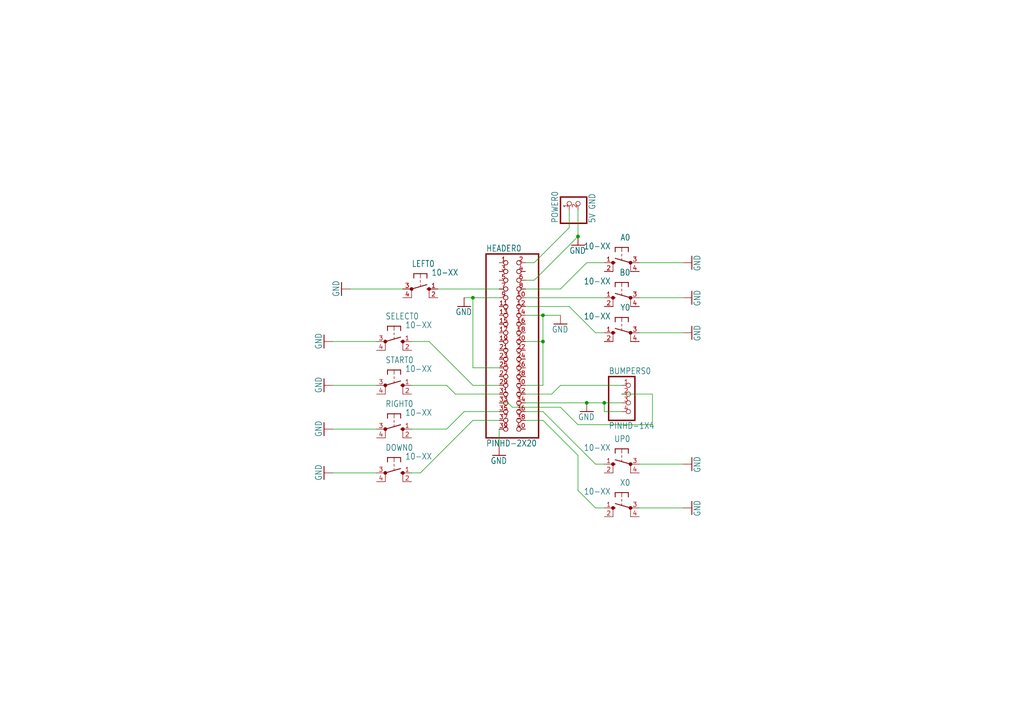
<source format=kicad_sch>
(kicad_sch (version 20211123) (generator eeschema)
  (paper "A4")
  (lib_symbols
    (symbol "eagleSchem-eagle-import:10-XX"
      (property "Reference" "S" (at -6.35 -2.54 90))
      (property "Value" "10-XX" (at -3.81 3.175 90))
      (symbol "10-XX_1_0"
        (circle (center 0 -2.54) (radius 0.127) (stroke (width 0.4064)))
        (polyline (pts (xy -4.445 -1.905) (xy -3.175 -1.905)) (stroke (width 0.254)))
        (polyline (pts (xy -4.445 0) (xy -4.445 -1.905)) (stroke (width 0.254)))
        (polyline (pts (xy -4.445 0) (xy -3.175 0)) (stroke (width 0.1524)))
        (polyline (pts (xy -4.445 1.905) (xy -4.445 0)) (stroke (width 0.254)))
        (polyline (pts (xy -4.445 1.905) (xy -3.175 1.905)) (stroke (width 0.254)))
        (polyline (pts (xy -2.54 0) (xy -1.905 0)) (stroke (width 0.1524)))
        (polyline (pts (xy -1.27 0) (xy -0.635 0)) (stroke (width 0.1524)))
        (polyline (pts (xy 0 -2.54) (xy -1.27 1.905)) (stroke (width 0.254)))
        (polyline (pts (xy 0 1.905) (xy 0 2.54)) (stroke (width 0.254)))
        (polyline (pts (xy 2.54 -2.54) (xy 0 -2.54)) (stroke (width 0.1524)))
        (polyline (pts (xy 2.54 2.54) (xy 0 2.54)) (stroke (width 0.1524)))
        (circle (center 0 2.54) (radius 0.127) (stroke (width 0.4064)))
        (pin passive line (at 0 5.08 270) (length 2.54) (name "S") (number "1"))
        (pin passive line (at 2.54 5.08 270) (length 2.54) (name "S1") (number "2"))
        (pin passive line (at 0 -5.08 90) (length 2.54) (name "P") (number "3"))
        (pin passive line (at 2.54 -5.08 90) (length 2.54) (name "P1") (number "4"))
      )
    )
    (symbol "eagleSchem-eagle-import:GND" (power)
      (property "Value" "GND" (at -2.54 -2.54 0))
      (symbol "GND_1_0"
        (polyline (pts (xy -1.905 0) (xy 1.905 0)) (stroke (width 0.254)))
        (pin power_in line (at 0 2.54 270) (length 2.54) (name "GND") (number "1"))
      )
    )
    (symbol "eagleSchem-eagle-import:PINHD-1X2"
      (property "Reference" "JP" (at -6.35 5.715 0))
      (property "Value" "PINHD-1X2" (at -6.35 -5.08 0))
      (symbol "PINHD-1X2_1_0"
        (polyline (pts (xy -6.35 -2.54) (xy 1.27 -2.54)) (stroke (width 0.4064)))
        (polyline (pts (xy -6.35 5.08) (xy -6.35 -2.54)) (stroke (width 0.4064)))
        (polyline (pts (xy 1.27 -2.54) (xy 1.27 5.08)) (stroke (width 0.4064)))
        (polyline (pts (xy 1.27 5.08) (xy -6.35 5.08)) (stroke (width 0.4064)))
        (pin passive inverted (at -2.54 2.54 0) (length 2.54) (name "1") (number "1"))
        (pin passive inverted (at -2.54 0 0) (length 2.54) (name "2") (number "2"))
      )
    )
    (symbol "eagleSchem-eagle-import:PINHD-1X4"
      (property "Reference" "JP" (at -6.35 8.255 0))
      (property "Value" "PINHD-1X4" (at -6.35 -7.62 0))
      (symbol "PINHD-1X4_1_0"
        (polyline (pts (xy -6.35 -5.08) (xy 1.27 -5.08)) (stroke (width 0.4064)))
        (polyline (pts (xy -6.35 7.62) (xy -6.35 -5.08)) (stroke (width 0.4064)))
        (polyline (pts (xy 1.27 -5.08) (xy 1.27 7.62)) (stroke (width 0.4064)))
        (polyline (pts (xy 1.27 7.62) (xy -6.35 7.62)) (stroke (width 0.4064)))
        (pin passive inverted (at -2.54 5.08 0) (length 2.54) (name "1") (number "1"))
        (pin passive inverted (at -2.54 2.54 0) (length 2.54) (name "2") (number "2"))
        (pin passive inverted (at -2.54 0 0) (length 2.54) (name "3") (number "3"))
        (pin passive inverted (at -2.54 -2.54 0) (length 2.54) (name "4") (number "4"))
      )
    )
    (symbol "eagleSchem-eagle-import:PINHD-2X20"
      (property "Reference" "JP" (at -6.35 26.035 0))
      (property "Value" "PINHD-2X20" (at -6.35 -30.48 0))
      (symbol "PINHD-2X20_1_0"
        (polyline (pts (xy -6.35 -27.94) (xy 8.89 -27.94)) (stroke (width 0.4064)))
        (polyline (pts (xy -6.35 25.4) (xy -6.35 -27.94)) (stroke (width 0.4064)))
        (polyline (pts (xy 8.89 -27.94) (xy 8.89 25.4)) (stroke (width 0.4064)))
        (polyline (pts (xy 8.89 25.4) (xy -6.35 25.4)) (stroke (width 0.4064)))
        (pin passive inverted (at -2.54 22.86 0) (length 2.54) (name "1") (number "1"))
        (pin passive inverted (at 5.08 12.7 180) (length 2.54) (name "10") (number "10"))
        (pin passive inverted (at -2.54 10.16 0) (length 2.54) (name "11") (number "11"))
        (pin passive inverted (at 5.08 10.16 180) (length 2.54) (name "12") (number "12"))
        (pin passive inverted (at -2.54 7.62 0) (length 2.54) (name "13") (number "13"))
        (pin passive inverted (at 5.08 7.62 180) (length 2.54) (name "14") (number "14"))
        (pin passive inverted (at -2.54 5.08 0) (length 2.54) (name "15") (number "15"))
        (pin passive inverted (at 5.08 5.08 180) (length 2.54) (name "16") (number "16"))
        (pin passive inverted (at -2.54 2.54 0) (length 2.54) (name "17") (number "17"))
        (pin passive inverted (at 5.08 2.54 180) (length 2.54) (name "18") (number "18"))
        (pin passive inverted (at -2.54 0 0) (length 2.54) (name "19") (number "19"))
        (pin passive inverted (at 5.08 22.86 180) (length 2.54) (name "2") (number "2"))
        (pin passive inverted (at 5.08 0 180) (length 2.54) (name "20") (number "20"))
        (pin passive inverted (at -2.54 -2.54 0) (length 2.54) (name "21") (number "21"))
        (pin passive inverted (at 5.08 -2.54 180) (length 2.54) (name "22") (number "22"))
        (pin passive inverted (at -2.54 -5.08 0) (length 2.54) (name "23") (number "23"))
        (pin passive inverted (at 5.08 -5.08 180) (length 2.54) (name "24") (number "24"))
        (pin passive inverted (at -2.54 -7.62 0) (length 2.54) (name "25") (number "25"))
        (pin passive inverted (at 5.08 -7.62 180) (length 2.54) (name "26") (number "26"))
        (pin passive inverted (at -2.54 -10.16 0) (length 2.54) (name "27") (number "27"))
        (pin passive inverted (at 5.08 -10.16 180) (length 2.54) (name "28") (number "28"))
        (pin passive inverted (at -2.54 -12.7 0) (length 2.54) (name "29") (number "29"))
        (pin passive inverted (at -2.54 20.32 0) (length 2.54) (name "3") (number "3"))
        (pin passive inverted (at 5.08 -12.7 180) (length 2.54) (name "30") (number "30"))
        (pin passive inverted (at -2.54 -15.24 0) (length 2.54) (name "31") (number "31"))
        (pin passive inverted (at 5.08 -15.24 180) (length 2.54) (name "32") (number "32"))
        (pin passive inverted (at -2.54 -17.78 0) (length 2.54) (name "33") (number "33"))
        (pin passive inverted (at 5.08 -17.78 180) (length 2.54) (name "34") (number "34"))
        (pin passive inverted (at -2.54 -20.32 0) (length 2.54) (name "35") (number "35"))
        (pin passive inverted (at 5.08 -20.32 180) (length 2.54) (name "36") (number "36"))
        (pin passive inverted (at -2.54 -22.86 0) (length 2.54) (name "37") (number "37"))
        (pin passive inverted (at 5.08 -22.86 180) (length 2.54) (name "38") (number "38"))
        (pin passive inverted (at -2.54 -25.4 0) (length 2.54) (name "39") (number "39"))
        (pin passive inverted (at 5.08 20.32 180) (length 2.54) (name "4") (number "4"))
        (pin passive inverted (at 5.08 -25.4 180) (length 2.54) (name "40") (number "40"))
        (pin passive inverted (at -2.54 17.78 0) (length 2.54) (name "5") (number "5"))
        (pin passive inverted (at 5.08 17.78 180) (length 2.54) (name "6") (number "6"))
        (pin passive inverted (at -2.54 15.24 0) (length 2.54) (name "7") (number "7"))
        (pin passive inverted (at 5.08 15.24 180) (length 2.54) (name "8") (number "8"))
        (pin passive inverted (at -2.54 12.7 0) (length 2.54) (name "9") (number "9"))
      )
    )
  )
  (junction (at 137.16 86.36))
  (junction (at 167.64 68.58))
  (junction (at 157.48 91.44))
  (junction (at 170.18 116.84))
  (junction (at 175.26 116.84))
  (junction (at 157.48 99.06))
  (wire (pts (xy 147.32 116.84) (xy 148.59 118.11)))
  (wire (pts (xy 124.46 99.06) (xy 137.16 111.76)))
  (wire (pts (xy 185.42 147.32) (xy 198.12 147.32)))
  (wire (pts (xy 180.34 116.84) (xy 175.26 116.84)))
  (wire (pts (xy 157.48 91.44) (xy 157.48 99.06)))
  (wire (pts (xy 152.4 119.38) (xy 157.48 119.38)))
  (wire (pts (xy 167.64 132.08) (xy 167.64 142.24)))
  (wire (pts (xy 154.94 76.2) (xy 152.4 76.2)))
  (wire (pts (xy 162.56 118.11) (xy 167.64 123.19)))
  (wire (pts (xy 157.48 99.06) (xy 152.4 99.06)))
  (wire (pts (xy 185.42 96.52) (xy 198.12 96.52)))
  (wire (pts (xy 185.42 86.36) (xy 198.12 86.36)))
  (wire (pts (xy 160.02 114.3) (xy 152.4 114.3)))
  (wire (pts (xy 175.26 119.38) (xy 175.26 116.84)))
  (wire (pts (xy 137.16 111.76) (xy 144.78 111.76)))
  (wire (pts (xy 157.48 121.92) (xy 167.64 132.08)))
  (wire (pts (xy 162.56 91.44) (xy 157.48 91.44)))
  (wire (pts (xy 109.22 137.16) (xy 96.52 137.16)))
  (wire (pts (xy 162.56 83.82) (xy 152.4 83.82)))
  (wire (pts (xy 144.78 119.38) (xy 134.62 119.38)))
  (wire (pts (xy 172.72 134.62) (xy 175.26 134.62)))
  (wire (pts (xy 121.92 137.16) (xy 119.38 137.16)))
  (wire (pts (xy 152.4 121.92) (xy 157.48 121.92)))
  (wire (pts (xy 180.34 119.38) (xy 175.26 119.38)))
  (wire (pts (xy 185.42 134.62) (xy 198.12 134.62)))
  (wire (pts (xy 134.62 119.38) (xy 129.54 124.46)))
  (wire (pts (xy 157.48 91.44) (xy 152.4 91.44)))
  (wire (pts (xy 148.59 118.11) (xy 162.56 118.11)))
  (wire (pts (xy 137.16 86.36) (xy 144.78 86.36)))
  (wire (pts (xy 132.08 114.3) (xy 144.78 114.3)))
  (wire (pts (xy 116.84 83.82) (xy 101.6 83.82)))
  (wire (pts (xy 129.54 124.46) (xy 119.38 124.46)))
  (wire (pts (xy 165.1 60.96) (xy 165.1 66.04)))
  (wire (pts (xy 175.26 96.52) (xy 172.72 96.52)))
  (wire (pts (xy 185.42 76.2) (xy 198.12 76.2)))
  (wire (pts (xy 154.94 81.28) (xy 152.4 81.28)))
  (wire (pts (xy 119.38 111.76) (xy 129.54 111.76)))
  (wire (pts (xy 144.78 116.84) (xy 147.32 116.84)))
  (wire (pts (xy 167.64 68.58) (xy 154.94 81.28)))
  (wire (pts (xy 172.72 147.32) (xy 175.26 147.32)))
  (wire (pts (xy 157.48 119.38) (xy 172.72 134.62)))
  (wire (pts (xy 144.78 121.92) (xy 137.16 121.92)))
  (wire (pts (xy 109.22 99.06) (xy 96.52 99.06)))
  (wire (pts (xy 109.22 124.46) (xy 96.52 124.46)))
  (wire (pts (xy 189.23 123.19) (xy 189.23 114.3)))
  (wire (pts (xy 134.62 86.36) (xy 137.16 86.36)))
  (wire (pts (xy 170.18 76.2) (xy 162.56 83.82)))
  (wire (pts (xy 175.26 76.2) (xy 170.18 76.2)))
  (wire (pts (xy 167.64 142.24) (xy 172.72 147.32)))
  (wire (pts (xy 189.23 114.3) (xy 180.34 114.3)))
  (wire (pts (xy 127 83.82) (xy 144.78 83.82)))
  (wire (pts (xy 137.16 106.68) (xy 144.78 106.68)))
  (wire (pts (xy 157.48 99.06) (xy 157.48 111.76)))
  (wire (pts (xy 157.48 111.76) (xy 152.4 111.76)))
  (wire (pts (xy 172.72 96.52) (xy 165.1 88.9)))
  (wire (pts (xy 165.1 66.04) (xy 154.94 76.2)))
  (wire (pts (xy 165.1 88.9) (xy 152.4 88.9)))
  (wire (pts (xy 180.34 111.76) (xy 162.56 111.76)))
  (wire (pts (xy 167.64 123.19) (xy 189.23 123.19)))
  (wire (pts (xy 167.64 60.96) (xy 167.64 68.58)))
  (wire (pts (xy 109.22 111.76) (xy 96.52 111.76)))
  (wire (pts (xy 170.18 116.84) (xy 152.4 116.84)))
  (wire (pts (xy 137.16 121.92) (xy 121.92 137.16)))
  (wire (pts (xy 175.26 86.36) (xy 152.4 86.36)))
  (wire (pts (xy 119.38 99.06) (xy 124.46 99.06)))
  (wire (pts (xy 144.78 129.54) (xy 144.78 124.46)))
  (wire (pts (xy 137.16 106.68) (xy 137.16 86.36)))
  (wire (pts (xy 162.56 111.76) (xy 160.02 114.3)))
  (wire (pts (xy 175.26 116.84) (xy 170.18 116.84)))
  (wire (pts (xy 129.54 111.76) (xy 132.08 114.3)))
  (symbol (lib_id "eagleSchem-eagle-import:GND") (at 93.98 99.06 270) (unit 1)
    (property "Reference" "#GND5" (effects hide))
    (property "Value" "GND" (at 91.44 96.52 0) (effects (font (size 1.778 1.5113)) (justify left bottom)))
    (property "Footprint" "eagleSchem:" (effects hide))
  )
  (symbol (lib_id "eagleSchem-eagle-import:10-XX") (at 180.34 134.62 90) (mirror x) (unit 1)
    (property "Reference" "UP0" (at 182.88 128.27 90) (effects (font (size 1.778 1.5113)) (justify left bottom)))
    (property "Value" "10-XX" (at 177.165 130.81 90) (effects (font (size 1.778 1.5113)) (justify left bottom)))
    (property "Footprint" "eagleSchem:B3F-10XX" (effects hide))
  )
  (symbol (lib_id "eagleSchem-eagle-import:GND") (at 93.98 111.76 270) (unit 1)
    (property "Reference" "#GND6" (effects hide))
    (property "Value" "GND" (at 91.44 109.22 0) (effects (font (size 1.778 1.5113)) (justify left bottom)))
    (property "Footprint" "eagleSchem:" (effects hide))
  )
  (symbol (lib_id "eagleSchem-eagle-import:10-XX") (at 114.3 99.06 270) (unit 1)
    (property "Reference" "SELECT0" (at 111.76 92.71 90) (effects (font (size 1.778 1.5113)) (justify left bottom)))
    (property "Value" "10-XX" (at 117.475 95.25 90) (effects (font (size 1.778 1.5113)) (justify left bottom)))
    (property "Footprint" "eagleSchem:B3F-10XX" (effects hide))
  )
  (symbol (lib_id "eagleSchem-eagle-import:PINHD-2X20") (at 147.32 99.06 0) (unit 1)
    (property "Reference" "HEADER0" (at 140.97 73.025 0) (effects (font (size 1.778 1.5113)) (justify left bottom)))
    (property "Value" "PINHD-2X20" (at 140.97 129.54 0) (effects (font (size 1.778 1.5113)) (justify left bottom)))
    (property "Footprint" "eagleSchem:2X20" (effects hide))
  )
  (symbol (lib_id "eagleSchem-eagle-import:10-XX") (at 180.34 76.2 90) (mirror x) (unit 1)
    (property "Reference" "A0" (at 182.88 69.85 90) (effects (font (size 1.778 1.5113)) (justify left bottom)))
    (property "Value" "10-XX" (at 177.165 72.39 90) (effects (font (size 1.778 1.5113)) (justify left bottom)))
    (property "Footprint" "eagleSchem:B3F-10XX" (effects hide))
  )
  (symbol (lib_id "eagleSchem-eagle-import:10-XX") (at 114.3 124.46 270) (unit 1)
    (property "Reference" "RIGHT0" (at 111.76 118.11 90) (effects (font (size 1.778 1.5113)) (justify left bottom)))
    (property "Value" "10-XX" (at 117.475 120.65 90) (effects (font (size 1.778 1.5113)) (justify left bottom)))
    (property "Footprint" "eagleSchem:B3F-10XX" (effects hide))
  )
  (symbol (lib_id "eagleSchem-eagle-import:GND") (at 167.64 71.12 0) (unit 1)
    (property "Reference" "#GND21" (effects hide))
    (property "Value" "GND" (at 165.1 73.66 0) (effects (font (size 1.778 1.5113)) (justify left bottom)))
    (property "Footprint" "eagleSchem:" (effects hide))
  )
  (symbol (lib_id "eagleSchem-eagle-import:10-XX") (at 180.34 86.36 90) (mirror x) (unit 1)
    (property "Reference" "B0" (at 182.88 80.01 90) (effects (font (size 1.778 1.5113)) (justify left bottom)))
    (property "Value" "10-XX" (at 177.165 82.55 90) (effects (font (size 1.778 1.5113)) (justify left bottom)))
    (property "Footprint" "eagleSchem:B3F-10XX" (effects hide))
  )
  (symbol (lib_id "eagleSchem-eagle-import:GND") (at 93.98 137.16 270) (unit 1)
    (property "Reference" "#GND4" (effects hide))
    (property "Value" "GND" (at 91.44 134.62 0) (effects (font (size 1.778 1.5113)) (justify left bottom)))
    (property "Footprint" "eagleSchem:" (effects hide))
  )
  (symbol (lib_id "eagleSchem-eagle-import:GND") (at 200.66 86.36 90) (unit 1)
    (property "Reference" "#GND18" (effects hide))
    (property "Value" "GND" (at 203.2 88.9 0) (effects (font (size 1.778 1.5113)) (justify left bottom)))
    (property "Footprint" "eagleSchem:" (effects hide))
  )
  (symbol (lib_id "eagleSchem-eagle-import:10-XX") (at 114.3 111.76 270) (unit 1)
    (property "Reference" "START0" (at 111.76 105.41 90) (effects (font (size 1.778 1.5113)) (justify left bottom)))
    (property "Value" "10-XX" (at 117.475 107.95 90) (effects (font (size 1.778 1.5113)) (justify left bottom)))
    (property "Footprint" "eagleSchem:B3F-10XX" (effects hide))
  )
  (symbol (lib_id "eagleSchem-eagle-import:GND") (at 144.78 132.08 0) (unit 1)
    (property "Reference" "#GND14" (effects hide))
    (property "Value" "GND" (at 142.24 134.62 0) (effects (font (size 1.778 1.5113)) (justify left bottom)))
    (property "Footprint" "eagleSchem:" (effects hide))
  )
  (symbol (lib_id "eagleSchem-eagle-import:GND") (at 134.62 88.9 0) (unit 1)
    (property "Reference" "#GND8" (effects hide))
    (property "Value" "GND" (at 132.08 91.44 0) (effects (font (size 1.778 1.5113)) (justify left bottom)))
    (property "Footprint" "eagleSchem:" (effects hide))
  )
  (symbol (lib_id "eagleSchem-eagle-import:GND") (at 93.98 124.46 270) (unit 1)
    (property "Reference" "#GND3" (effects hide))
    (property "Value" "GND" (at 91.44 121.92 0) (effects (font (size 1.778 1.5113)) (justify left bottom)))
    (property "Footprint" "eagleSchem:" (effects hide))
  )
  (symbol (lib_id "eagleSchem-eagle-import:GND") (at 200.66 76.2 90) (unit 1)
    (property "Reference" "#GND17" (effects hide))
    (property "Value" "GND" (at 203.2 78.74 0) (effects (font (size 1.778 1.5113)) (justify left bottom)))
    (property "Footprint" "eagleSchem:" (effects hide))
  )
  (symbol (lib_id "eagleSchem-eagle-import:GND") (at 200.66 134.62 90) (unit 1)
    (property "Reference" "#GND2" (effects hide))
    (property "Value" "GND" (at 203.2 137.16 0) (effects (font (size 1.778 1.5113)) (justify left bottom)))
    (property "Footprint" "eagleSchem:" (effects hide))
  )
  (symbol (lib_id "eagleSchem-eagle-import:GND") (at 99.06 83.82 270) (unit 1)
    (property "Reference" "#GND1" (effects hide))
    (property "Value" "GND" (at 96.52 81.28 0) (effects (font (size 1.778 1.5113)) (justify left bottom)))
    (property "Footprint" "eagleSchem:" (effects hide))
  )
  (symbol (lib_id "eagleSchem-eagle-import:PINHD-1X2") (at 167.64 58.42 90) (unit 1)
    (property "Reference" "POWER0" (at 161.925 64.77 0) (effects (font (size 1.778 1.5113)) (justify left bottom)))
    (property "Value" "5V GND" (at 172.72 64.77 0) (effects (font (size 1.778 1.5113)) (justify left bottom)))
    (property "Footprint" "eagleSchem:1X02" (effects hide))
  )
  (symbol (lib_id "eagleSchem-eagle-import:10-XX") (at 114.3 137.16 270) (unit 1)
    (property "Reference" "DOWN0" (at 111.76 130.81 90) (effects (font (size 1.778 1.5113)) (justify left bottom)))
    (property "Value" "10-XX" (at 117.475 133.35 90) (effects (font (size 1.778 1.5113)) (justify left bottom)))
    (property "Footprint" "eagleSchem:B3F-10XX" (effects hide))
  )
  (symbol (lib_id "eagleSchem-eagle-import:GND") (at 200.66 96.52 90) (unit 1)
    (property "Reference" "#GND15" (effects hide))
    (property "Value" "GND" (at 203.2 99.06 0) (effects (font (size 1.778 1.5113)) (justify left bottom)))
    (property "Footprint" "eagleSchem:" (effects hide))
  )
  (symbol (lib_id "eagleSchem-eagle-import:10-XX") (at 180.34 96.52 90) (mirror x) (unit 1)
    (property "Reference" "Y0" (at 182.88 90.17 90) (effects (font (size 1.778 1.5113)) (justify left bottom)))
    (property "Value" "10-XX" (at 177.165 92.71 90) (effects (font (size 1.778 1.5113)) (justify left bottom)))
    (property "Footprint" "eagleSchem:B3F-10XX" (effects hide))
  )
  (symbol (lib_id "eagleSchem-eagle-import:10-XX") (at 180.34 147.32 90) (mirror x) (unit 1)
    (property "Reference" "X0" (at 182.88 140.97 90) (effects (font (size 1.778 1.5113)) (justify left bottom)))
    (property "Value" "10-XX" (at 177.165 143.51 90) (effects (font (size 1.778 1.5113)) (justify left bottom)))
    (property "Footprint" "eagleSchem:B3F-10XX" (effects hide))
  )
  (symbol (lib_id "eagleSchem-eagle-import:PINHD-1X4") (at 182.88 116.84 0) (unit 1)
    (property "Reference" "BUMPERS0" (at 176.53 108.585 0) (effects (font (size 1.778 1.5113)) (justify left bottom)))
    (property "Value" "PINHD-1X4" (at 176.53 124.46 0) (effects (font (size 1.778 1.5113)) (justify left bottom)))
    (property "Footprint" "eagleSchem:1X04" (effects hide))
  )
  (symbol (lib_id "eagleSchem-eagle-import:10-XX") (at 121.92 83.82 270) (unit 1)
    (property "Reference" "LEFT0" (at 119.38 77.47 90) (effects (font (size 1.778 1.5113)) (justify left bottom)))
    (property "Value" "10-XX" (at 125.095 80.01 90) (effects (font (size 1.778 1.5113)) (justify left bottom)))
    (property "Footprint" "eagleSchem:B3F-10XX" (effects hide))
  )
  (symbol (lib_id "eagleSchem-eagle-import:GND") (at 170.18 119.38 0) (unit 1)
    (property "Reference" "#GND19" (effects hide))
    (property "Value" "GND" (at 167.64 121.92 0) (effects (font (size 1.778 1.5113)) (justify left bottom)))
    (property "Footprint" "eagleSchem:" (effects hide))
  )
  (symbol (lib_id "eagleSchem-eagle-import:GND") (at 162.56 93.98 0) (unit 1)
    (property "Reference" "#GND9" (effects hide))
    (property "Value" "GND" (at 160.02 96.52 0) (effects (font (size 1.778 1.5113)) (justify left bottom)))
    (property "Footprint" "eagleSchem:" (effects hide))
  )
  (symbol (lib_id "eagleSchem-eagle-import:GND") (at 200.66 147.32 90) (unit 1)
    (property "Reference" "#GND16" (effects hide))
    (property "Value" "GND" (at 203.2 149.86 0) (effects (font (size 1.778 1.5113)) (justify left bottom)))
    (property "Footprint" "eagleSchem:" (effects hide))
  )
)
</source>
